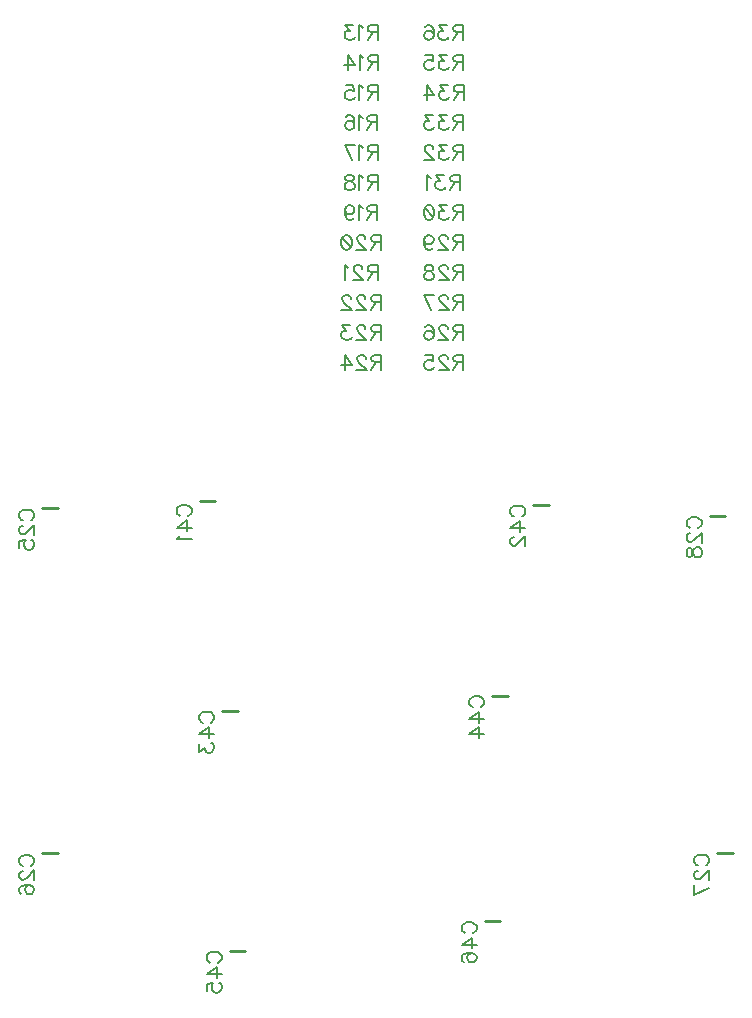
<source format=gbo>
G04 DipTrace 2.3.1.0*
%INLOGICCOMP.GBO*%
%MOMM*%
%ADD10C,0.25*%
%ADD60C,0.196*%
%FSLAX53Y53*%
G04*
G71*
G90*
G75*
G01*
%LNBotSilk*%
%LPD*%
X31612Y67573D2*
D10*
X30313D1*
X31612Y38363D2*
X30313D1*
X88762D2*
X87463D1*
X88127Y66938D2*
X86828D1*
X44947Y68208D2*
X43648D1*
X73207Y67888D2*
X71908D1*
X46852Y50428D2*
X45553D1*
X69712Y51698D2*
X68413D1*
X47487Y30108D2*
X46188D1*
X69077Y32648D2*
X67778D1*
X28656Y66560D2*
D60*
X28535Y66621D1*
X28413Y66743D1*
X28353Y66863D1*
Y67106D1*
X28413Y67228D1*
X28535Y67349D1*
X28656Y67411D1*
X28838Y67471D1*
X29143D1*
X29324Y67411D1*
X29446Y67349D1*
X29567Y67228D1*
X29629Y67106D1*
Y66863D1*
X29567Y66743D1*
X29446Y66621D1*
X29324Y66560D1*
X28657Y66106D2*
X28597D1*
X28475Y66046D1*
X28415Y65986D1*
X28354Y65863D1*
Y65621D1*
X28415Y65500D1*
X28475Y65439D1*
X28597Y65378D1*
X28718D1*
X28840Y65439D1*
X29021Y65560D1*
X29629Y66168D1*
Y65317D1*
X28354Y64197D2*
Y64803D1*
X28900Y64863D1*
X28840Y64803D1*
X28778Y64620D1*
Y64439D1*
X28840Y64257D1*
X28961Y64135D1*
X29143Y64074D1*
X29264D1*
X29446Y64135D1*
X29568Y64257D1*
X29629Y64439D1*
Y64620D1*
X29568Y64803D1*
X29507Y64863D1*
X29386Y64925D1*
X28656Y37319D2*
X28535Y37380D1*
X28413Y37502D1*
X28353Y37623D1*
Y37865D1*
X28413Y37988D1*
X28535Y38108D1*
X28656Y38170D1*
X28838Y38230D1*
X29143D1*
X29324Y38170D1*
X29446Y38108D1*
X29567Y37988D1*
X29629Y37865D1*
Y37623D1*
X29567Y37502D1*
X29446Y37380D1*
X29324Y37319D1*
X28657Y36865D2*
X28597D1*
X28475Y36805D1*
X28415Y36745D1*
X28354Y36622D1*
Y36380D1*
X28415Y36259D1*
X28475Y36199D1*
X28597Y36137D1*
X28718D1*
X28840Y36199D1*
X29021Y36319D1*
X29629Y36927D1*
Y36076D1*
X28535Y34956D2*
X28415Y35016D1*
X28354Y35199D1*
Y35319D1*
X28415Y35502D1*
X28597Y35624D1*
X28900Y35684D1*
X29203D1*
X29446Y35624D1*
X29568Y35502D1*
X29629Y35319D1*
Y35259D1*
X29568Y35078D1*
X29446Y34956D1*
X29264Y34895D1*
X29203D1*
X29021Y34956D1*
X28900Y35078D1*
X28840Y35259D1*
Y35319D1*
X28900Y35502D1*
X29021Y35624D1*
X29203Y35684D1*
X85806Y37350D2*
X85685Y37411D1*
X85563Y37533D1*
X85503Y37653D1*
Y37896D1*
X85563Y38018D1*
X85685Y38139D1*
X85806Y38201D1*
X85988Y38261D1*
X86293D1*
X86474Y38201D1*
X86596Y38139D1*
X86717Y38018D1*
X86779Y37896D1*
Y37653D1*
X86717Y37533D1*
X86596Y37411D1*
X86474Y37350D1*
X85807Y36896D2*
X85747D1*
X85625Y36836D1*
X85565Y36776D1*
X85504Y36653D1*
Y36411D1*
X85565Y36290D1*
X85625Y36229D1*
X85747Y36168D1*
X85868D1*
X85990Y36229D1*
X86171Y36350D1*
X86779Y36958D1*
Y36107D1*
Y35472D2*
X85504Y34864D1*
Y35715D1*
X85171Y65924D2*
X85050Y65985D1*
X84928Y66107D1*
X84868Y66228D1*
Y66471D1*
X84928Y66593D1*
X85050Y66713D1*
X85171Y66775D1*
X85353Y66836D1*
X85658D1*
X85839Y66775D1*
X85961Y66713D1*
X86082Y66593D1*
X86144Y66471D1*
Y66228D1*
X86082Y66107D1*
X85961Y65985D1*
X85839Y65924D1*
X85172Y65471D2*
X85112D1*
X84990Y65410D1*
X84930Y65350D1*
X84869Y65228D1*
Y64985D1*
X84930Y64864D1*
X84990Y64804D1*
X85112Y64742D1*
X85233D1*
X85355Y64804D1*
X85536Y64924D1*
X86144Y65532D1*
Y64682D1*
X84869Y63986D2*
X84930Y64167D1*
X85050Y64229D1*
X85172D1*
X85293Y64167D1*
X85355Y64047D1*
X85415Y63804D1*
X85476Y63621D1*
X85598Y63500D1*
X85718Y63440D1*
X85901D1*
X86022Y63500D1*
X86083Y63561D1*
X86144Y63743D1*
Y63986D1*
X86083Y64167D1*
X86022Y64229D1*
X85901Y64289D1*
X85718D1*
X85598Y64229D1*
X85476Y64107D1*
X85415Y63926D1*
X85355Y63683D1*
X85293Y63561D1*
X85172Y63500D1*
X85050D1*
X84930Y63561D1*
X84869Y63743D1*
Y63986D1*
X41991Y66952D2*
X41870Y67013D1*
X41748Y67135D1*
X41688Y67256D1*
Y67498D1*
X41748Y67621D1*
X41870Y67741D1*
X41991Y67803D1*
X42173Y67863D1*
X42478D1*
X42659Y67803D1*
X42781Y67741D1*
X42902Y67621D1*
X42964Y67498D1*
Y67256D1*
X42902Y67135D1*
X42781Y67013D1*
X42659Y66952D1*
X42964Y65952D2*
X41689D1*
X42538Y66560D1*
Y65649D1*
X41932Y65257D2*
X41870Y65135D1*
X41689Y64952D1*
X42964D1*
X70251Y66905D2*
X70130Y66966D1*
X70008Y67088D1*
X69948Y67208D1*
Y67451D1*
X70008Y67573D1*
X70130Y67694D1*
X70251Y67756D1*
X70434Y67816D1*
X70738D1*
X70919Y67756D1*
X71041Y67694D1*
X71162Y67573D1*
X71224Y67451D1*
Y67208D1*
X71162Y67088D1*
X71041Y66966D1*
X70919Y66905D1*
X71224Y65905D2*
X69949D1*
X70799Y66513D1*
Y65602D1*
X70253Y65148D2*
X70192D1*
X70070Y65088D1*
X70010Y65027D1*
X69949Y64905D1*
Y64662D1*
X70010Y64542D1*
X70070Y64481D1*
X70192Y64419D1*
X70313D1*
X70435Y64481D1*
X70616Y64602D1*
X71224Y65210D1*
Y64359D1*
X43896Y49445D2*
X43775Y49506D1*
X43653Y49628D1*
X43593Y49749D1*
Y49991D1*
X43653Y50114D1*
X43775Y50234D1*
X43896Y50296D1*
X44078Y50356D1*
X44383D1*
X44564Y50296D1*
X44686Y50234D1*
X44807Y50114D1*
X44869Y49991D1*
Y49749D1*
X44807Y49628D1*
X44686Y49506D1*
X44564Y49445D1*
X44869Y48445D2*
X43594D1*
X44443Y49053D1*
Y48142D1*
X43594Y47628D2*
Y46961D1*
X44080Y47325D1*
Y47142D1*
X44140Y47021D1*
X44201Y46961D1*
X44383Y46899D1*
X44504D1*
X44686Y46961D1*
X44808Y47082D1*
X44869Y47264D1*
Y47447D1*
X44808Y47628D1*
X44747Y47688D1*
X44626Y47750D1*
X66756Y50746D2*
X66635Y50806D1*
X66513Y50928D1*
X66453Y51049D1*
Y51292D1*
X66513Y51414D1*
X66635Y51534D1*
X66756Y51596D1*
X66938Y51657D1*
X67243D1*
X67424Y51596D1*
X67546Y51534D1*
X67667Y51414D1*
X67729Y51292D1*
Y51049D1*
X67667Y50928D1*
X67546Y50806D1*
X67424Y50746D1*
X67729Y49746D2*
X66454D1*
X67303Y50353D1*
Y49442D1*
X67729Y48442D2*
X66454D1*
X67303Y49050D1*
Y48139D1*
X44531Y29125D2*
X44410Y29186D1*
X44288Y29308D1*
X44228Y29429D1*
Y29671D1*
X44288Y29794D1*
X44410Y29914D1*
X44531Y29976D1*
X44713Y30036D1*
X45018D1*
X45199Y29976D1*
X45321Y29914D1*
X45442Y29794D1*
X45504Y29671D1*
Y29429D1*
X45442Y29308D1*
X45321Y29186D1*
X45199Y29125D1*
X45504Y28125D2*
X44229D1*
X45078Y28733D1*
Y27822D1*
X44229Y26701D2*
Y27308D1*
X44775Y27368D1*
X44715Y27308D1*
X44653Y27125D1*
Y26944D1*
X44715Y26762D1*
X44836Y26640D1*
X45018Y26579D1*
X45139D1*
X45321Y26640D1*
X45443Y26762D1*
X45504Y26944D1*
Y27125D1*
X45443Y27308D1*
X45382Y27368D1*
X45261Y27430D1*
X66121Y31634D2*
X66000Y31695D1*
X65878Y31817D1*
X65818Y31938D1*
Y32181D1*
X65878Y32303D1*
X66000Y32423D1*
X66121Y32485D1*
X66303Y32546D1*
X66608D1*
X66789Y32485D1*
X66911Y32423D1*
X67032Y32303D1*
X67094Y32181D1*
Y31938D1*
X67032Y31817D1*
X66911Y31695D1*
X66789Y31634D1*
X67094Y30634D2*
X65819D1*
X66668Y31242D1*
Y30331D1*
X66000Y29210D2*
X65880Y29271D1*
X65819Y29453D1*
Y29574D1*
X65880Y29757D1*
X66062Y29879D1*
X66365Y29939D1*
X66668D1*
X66911Y29879D1*
X67033Y29757D1*
X67094Y29574D1*
Y29514D1*
X67033Y29333D1*
X66911Y29210D1*
X66729Y29150D1*
X66668D1*
X66486Y29210D1*
X66365Y29333D1*
X66305Y29514D1*
Y29574D1*
X66365Y29757D1*
X66486Y29879D1*
X66668Y29939D1*
X58713Y107895D2*
X58167D1*
X57984Y107956D1*
X57922Y108017D1*
X57862Y108137D1*
Y108260D1*
X57922Y108380D1*
X57984Y108442D1*
X58167Y108502D1*
X58713D1*
Y107226D1*
X58287Y107895D2*
X57862Y107226D1*
X57470Y108258D2*
X57348Y108320D1*
X57165Y108501D1*
Y107226D1*
X56651Y108501D2*
X55984D1*
X56348Y108015D1*
X56165D1*
X56045Y107955D1*
X55984Y107895D1*
X55922Y107712D1*
Y107591D1*
X55984Y107409D1*
X56105Y107287D1*
X56287Y107226D1*
X56470D1*
X56651Y107287D1*
X56711Y107349D1*
X56773Y107469D1*
X58743Y105355D2*
X58197D1*
X58014Y105416D1*
X57953Y105477D1*
X57892Y105597D1*
Y105720D1*
X57953Y105840D1*
X58014Y105902D1*
X58197Y105962D1*
X58743D1*
Y104686D1*
X58318Y105355D2*
X57892Y104686D1*
X57500Y105718D2*
X57378Y105780D1*
X57195Y105961D1*
Y104686D1*
X56195D2*
Y105961D1*
X56803Y105112D1*
X55892D1*
X58713Y102815D2*
X58167D1*
X57984Y102876D1*
X57922Y102937D1*
X57862Y103057D1*
Y103180D1*
X57922Y103300D1*
X57984Y103362D1*
X58167Y103422D1*
X58713D1*
Y102146D1*
X58287Y102815D2*
X57862Y102146D1*
X57470Y103178D2*
X57348Y103240D1*
X57165Y103421D1*
Y102146D1*
X56045Y103421D2*
X56651D1*
X56711Y102875D1*
X56651Y102935D1*
X56468Y102997D1*
X56287D1*
X56105Y102935D1*
X55983Y102815D1*
X55922Y102632D1*
Y102511D1*
X55983Y102329D1*
X56105Y102207D1*
X56287Y102146D1*
X56468D1*
X56651Y102207D1*
X56711Y102269D1*
X56773Y102389D1*
X58682Y100275D2*
X58136D1*
X57953Y100336D1*
X57892Y100397D1*
X57831Y100517D1*
Y100640D1*
X57892Y100760D1*
X57953Y100822D1*
X58136Y100882D1*
X58682D1*
Y99606D1*
X58257Y100275D2*
X57831Y99606D1*
X57439Y100638D2*
X57317Y100700D1*
X57134Y100881D1*
Y99606D1*
X56014Y100700D2*
X56074Y100821D1*
X56257Y100881D1*
X56377D1*
X56560Y100821D1*
X56682Y100638D1*
X56742Y100335D1*
Y100032D1*
X56682Y99789D1*
X56560Y99667D1*
X56377Y99606D1*
X56317D1*
X56136Y99667D1*
X56014Y99789D1*
X55953Y99971D1*
Y100032D1*
X56014Y100214D1*
X56136Y100335D1*
X56317Y100395D1*
X56377D1*
X56560Y100335D1*
X56682Y100214D1*
X56742Y100032D1*
X58713Y97735D2*
X58167D1*
X57984Y97796D1*
X57922Y97857D1*
X57862Y97977D1*
Y98100D1*
X57922Y98220D1*
X57984Y98282D1*
X58167Y98342D1*
X58713D1*
Y97066D1*
X58287Y97735D2*
X57862Y97066D1*
X57470Y98098D2*
X57348Y98160D1*
X57165Y98341D1*
Y97066D1*
X56530D2*
X55922Y98341D1*
X56773D1*
X58712Y95195D2*
X58166D1*
X57984Y95256D1*
X57922Y95317D1*
X57861Y95437D1*
Y95560D1*
X57922Y95680D1*
X57984Y95742D1*
X58166Y95802D1*
X58712D1*
Y94526D1*
X58287Y95195D2*
X57861Y94526D1*
X57469Y95558D2*
X57347Y95620D1*
X57165Y95801D1*
Y94526D1*
X56469Y95801D2*
X56650Y95741D1*
X56712Y95620D1*
Y95498D1*
X56650Y95377D1*
X56530Y95315D1*
X56287Y95255D1*
X56104Y95195D1*
X55983Y95072D1*
X55923Y94952D1*
Y94769D1*
X55983Y94649D1*
X56044Y94587D1*
X56226Y94526D1*
X56469D1*
X56650Y94587D1*
X56712Y94649D1*
X56772Y94769D1*
Y94952D1*
X56712Y95072D1*
X56590Y95195D1*
X56409Y95255D1*
X56166Y95315D1*
X56044Y95377D1*
X55983Y95498D1*
Y95620D1*
X56044Y95741D1*
X56226Y95801D1*
X56469D1*
X58683Y92655D2*
X58137D1*
X57954Y92716D1*
X57892Y92777D1*
X57832Y92897D1*
Y93020D1*
X57892Y93140D1*
X57954Y93202D1*
X58137Y93262D1*
X58683D1*
Y91986D1*
X58257Y92655D2*
X57832Y91986D1*
X57440Y93018D2*
X57318Y93080D1*
X57135Y93261D1*
Y91986D1*
X55953Y92837D2*
X56014Y92655D1*
X56135Y92532D1*
X56318Y92472D1*
X56378D1*
X56560Y92532D1*
X56681Y92655D1*
X56743Y92837D1*
Y92897D1*
X56681Y93080D1*
X56560Y93201D1*
X56378Y93261D1*
X56318D1*
X56135Y93201D1*
X56014Y93080D1*
X55953Y92837D1*
Y92532D1*
X56014Y92229D1*
X56135Y92047D1*
X56318Y91986D1*
X56438D1*
X56621Y92047D1*
X56681Y92169D1*
X58986Y90115D2*
X58440D1*
X58257Y90176D1*
X58195Y90237D1*
X58135Y90357D1*
Y90480D1*
X58195Y90600D1*
X58257Y90662D1*
X58440Y90722D1*
X58986D1*
Y89446D1*
X58560Y90115D2*
X58135Y89446D1*
X57681Y90418D2*
Y90478D1*
X57621Y90600D1*
X57560Y90661D1*
X57438Y90721D1*
X57195D1*
X57075Y90661D1*
X57014Y90600D1*
X56953Y90478D1*
Y90357D1*
X57014Y90235D1*
X57135Y90054D1*
X57743Y89446D1*
X56892D1*
X56135Y90721D2*
X56318Y90661D1*
X56440Y90478D1*
X56500Y90175D1*
Y89992D1*
X56440Y89689D1*
X56318Y89507D1*
X56135Y89446D1*
X56014D1*
X55832Y89507D1*
X55711Y89689D1*
X55649Y89992D1*
Y90175D1*
X55711Y90478D1*
X55832Y90661D1*
X56014Y90721D1*
X56135D1*
X55711Y90478D2*
X56440Y89689D1*
X58713Y87575D2*
X58167D1*
X57984Y87636D1*
X57922Y87697D1*
X57862Y87817D1*
Y87940D1*
X57922Y88060D1*
X57984Y88122D1*
X58167Y88182D1*
X58713D1*
Y86906D1*
X58287Y87575D2*
X57862Y86906D1*
X57408Y87878D2*
Y87938D1*
X57348Y88060D1*
X57287Y88121D1*
X57165Y88181D1*
X56922D1*
X56802Y88121D1*
X56741Y88060D1*
X56680Y87938D1*
Y87817D1*
X56741Y87695D1*
X56862Y87514D1*
X57470Y86906D1*
X56619D1*
X56227Y87938D2*
X56105Y88000D1*
X55922Y88181D1*
Y86906D1*
X58986Y85035D2*
X58440D1*
X58257Y85096D1*
X58195Y85157D1*
X58135Y85277D1*
Y85400D1*
X58195Y85520D1*
X58257Y85582D1*
X58440Y85642D1*
X58986D1*
Y84366D1*
X58560Y85035D2*
X58135Y84366D1*
X57681Y85338D2*
Y85398D1*
X57621Y85520D1*
X57560Y85581D1*
X57438Y85641D1*
X57195D1*
X57075Y85581D1*
X57014Y85520D1*
X56953Y85398D1*
Y85277D1*
X57014Y85155D1*
X57135Y84974D1*
X57743Y84366D1*
X56892D1*
X56438Y85338D2*
Y85398D1*
X56378Y85520D1*
X56318Y85581D1*
X56195Y85641D1*
X55953D1*
X55832Y85581D1*
X55771Y85520D1*
X55710Y85398D1*
Y85277D1*
X55771Y85155D1*
X55892Y84974D1*
X56500Y84366D1*
X55649D1*
X58986Y82495D2*
X58440D1*
X58257Y82556D1*
X58195Y82617D1*
X58135Y82737D1*
Y82860D1*
X58195Y82980D1*
X58257Y83042D1*
X58440Y83102D1*
X58986D1*
Y81826D1*
X58560Y82495D2*
X58135Y81826D1*
X57681Y82798D2*
Y82858D1*
X57621Y82980D1*
X57560Y83041D1*
X57438Y83101D1*
X57195D1*
X57075Y83041D1*
X57014Y82980D1*
X56953Y82858D1*
Y82737D1*
X57014Y82615D1*
X57135Y82434D1*
X57743Y81826D1*
X56892D1*
X56378Y83101D2*
X55711D1*
X56075Y82615D1*
X55892D1*
X55771Y82555D1*
X55711Y82495D1*
X55649Y82312D1*
Y82191D1*
X55711Y82009D1*
X55832Y81887D1*
X56014Y81826D1*
X56197D1*
X56378Y81887D1*
X56438Y81949D1*
X56500Y82069D1*
X59016Y79955D2*
X58470D1*
X58287Y80016D1*
X58226Y80077D1*
X58165Y80197D1*
Y80320D1*
X58226Y80440D1*
X58287Y80502D1*
X58470Y80562D1*
X59016D1*
Y79286D1*
X58591Y79955D2*
X58165Y79286D1*
X57711Y80258D2*
Y80318D1*
X57651Y80440D1*
X57591Y80501D1*
X57469Y80561D1*
X57226D1*
X57105Y80501D1*
X57045Y80440D1*
X56983Y80318D1*
Y80197D1*
X57045Y80075D1*
X57165Y79894D1*
X57773Y79286D1*
X56922D1*
X55922D2*
Y80561D1*
X56530Y79712D1*
X55619D1*
X65971Y79955D2*
X65425D1*
X65242Y80016D1*
X65180Y80077D1*
X65120Y80197D1*
Y80320D1*
X65180Y80440D1*
X65242Y80502D1*
X65425Y80562D1*
X65971D1*
Y79286D1*
X65545Y79955D2*
X65120Y79286D1*
X64666Y80258D2*
Y80318D1*
X64606Y80440D1*
X64545Y80501D1*
X64423Y80561D1*
X64180D1*
X64060Y80501D1*
X63999Y80440D1*
X63938Y80318D1*
Y80197D1*
X63999Y80075D1*
X64120Y79894D1*
X64728Y79286D1*
X63877D1*
X62756Y80561D2*
X63363D1*
X63423Y80015D1*
X63363Y80075D1*
X63180Y80137D1*
X62999D1*
X62817Y80075D1*
X62695Y79955D1*
X62634Y79772D1*
Y79651D1*
X62695Y79469D1*
X62817Y79347D1*
X62999Y79286D1*
X63180D1*
X63363Y79347D1*
X63423Y79409D1*
X63485Y79529D1*
X65940Y82495D2*
X65394D1*
X65211Y82556D1*
X65150Y82617D1*
X65089Y82737D1*
Y82860D1*
X65150Y82980D1*
X65211Y83042D1*
X65394Y83102D1*
X65940D1*
Y81826D1*
X65515Y82495D2*
X65089Y81826D1*
X64635Y82798D2*
Y82858D1*
X64575Y82980D1*
X64515Y83041D1*
X64392Y83101D1*
X64150D1*
X64029Y83041D1*
X63968Y82980D1*
X63907Y82858D1*
Y82737D1*
X63968Y82615D1*
X64089Y82434D1*
X64697Y81826D1*
X63846D1*
X62726Y82920D2*
X62786Y83041D1*
X62968Y83101D1*
X63089D1*
X63272Y83041D1*
X63394Y82858D1*
X63454Y82555D1*
Y82252D1*
X63394Y82009D1*
X63272Y81887D1*
X63089Y81826D1*
X63029D1*
X62848Y81887D1*
X62726Y82009D1*
X62665Y82191D1*
Y82252D1*
X62726Y82434D1*
X62848Y82555D1*
X63029Y82615D1*
X63089D1*
X63272Y82555D1*
X63394Y82434D1*
X63454Y82252D1*
X65971Y85035D2*
X65425D1*
X65242Y85096D1*
X65180Y85157D1*
X65120Y85277D1*
Y85400D1*
X65180Y85520D1*
X65242Y85582D1*
X65425Y85642D1*
X65971D1*
Y84366D1*
X65545Y85035D2*
X65120Y84366D1*
X64666Y85338D2*
Y85398D1*
X64606Y85520D1*
X64545Y85581D1*
X64423Y85641D1*
X64180D1*
X64060Y85581D1*
X63999Y85520D1*
X63938Y85398D1*
Y85277D1*
X63999Y85155D1*
X64120Y84974D1*
X64728Y84366D1*
X63877D1*
X63242D2*
X62634Y85641D1*
X63485D1*
X65970Y87575D2*
X65424D1*
X65242Y87636D1*
X65180Y87697D1*
X65119Y87817D1*
Y87940D1*
X65180Y88060D1*
X65242Y88122D1*
X65424Y88182D1*
X65970D1*
Y86906D1*
X65545Y87575D2*
X65119Y86906D1*
X64665Y87878D2*
Y87938D1*
X64605Y88060D1*
X64545Y88121D1*
X64423Y88181D1*
X64180D1*
X64059Y88121D1*
X63999Y88060D1*
X63937Y87938D1*
Y87817D1*
X63999Y87695D1*
X64119Y87514D1*
X64727Y86906D1*
X63877D1*
X63181Y88181D2*
X63362Y88121D1*
X63424Y88000D1*
Y87878D1*
X63362Y87757D1*
X63242Y87695D1*
X62999Y87635D1*
X62816Y87575D1*
X62695Y87452D1*
X62635Y87332D1*
Y87149D1*
X62695Y87029D1*
X62756Y86967D1*
X62938Y86906D1*
X63181D1*
X63362Y86967D1*
X63424Y87029D1*
X63484Y87149D1*
Y87332D1*
X63424Y87452D1*
X63302Y87575D1*
X63121Y87635D1*
X62878Y87695D1*
X62756Y87757D1*
X62695Y87878D1*
Y88000D1*
X62756Y88121D1*
X62938Y88181D1*
X63181D1*
X65941Y90115D2*
X65395D1*
X65212Y90176D1*
X65150Y90237D1*
X65090Y90357D1*
Y90480D1*
X65150Y90600D1*
X65212Y90662D1*
X65395Y90722D1*
X65941D1*
Y89446D1*
X65515Y90115D2*
X65090Y89446D1*
X64636Y90418D2*
Y90478D1*
X64576Y90600D1*
X64515Y90661D1*
X64393Y90721D1*
X64150D1*
X64030Y90661D1*
X63969Y90600D1*
X63907Y90478D1*
Y90357D1*
X63969Y90235D1*
X64090Y90054D1*
X64698Y89446D1*
X63847D1*
X62665Y90297D2*
X62726Y90115D1*
X62847Y89992D1*
X63030Y89932D1*
X63090D1*
X63272Y89992D1*
X63393Y90115D1*
X63455Y90297D1*
Y90357D1*
X63393Y90540D1*
X63272Y90661D1*
X63090Y90721D1*
X63030D1*
X62847Y90661D1*
X62726Y90540D1*
X62665Y90297D1*
Y89992D1*
X62726Y89689D1*
X62847Y89507D1*
X63030Y89446D1*
X63150D1*
X63333Y89507D1*
X63393Y89629D1*
X65971Y92655D2*
X65425D1*
X65242Y92716D1*
X65180Y92777D1*
X65120Y92897D1*
Y93020D1*
X65180Y93140D1*
X65242Y93202D1*
X65425Y93262D1*
X65971D1*
Y91986D1*
X65545Y92655D2*
X65120Y91986D1*
X64606Y93261D2*
X63939D1*
X64303Y92775D1*
X64120D1*
X63999Y92715D1*
X63939Y92655D1*
X63877Y92472D1*
Y92351D1*
X63939Y92169D1*
X64060Y92047D1*
X64242Y91986D1*
X64425D1*
X64606Y92047D1*
X64666Y92109D1*
X64728Y92229D1*
X63120Y93261D2*
X63303Y93201D1*
X63425Y93018D1*
X63485Y92715D1*
Y92532D1*
X63425Y92229D1*
X63303Y92047D1*
X63120Y91986D1*
X62999D1*
X62817Y92047D1*
X62696Y92229D1*
X62634Y92532D1*
Y92715D1*
X62696Y93018D1*
X62817Y93201D1*
X62999Y93261D1*
X63120D1*
X62696Y93018D2*
X63425Y92229D1*
X65698Y95195D2*
X65152D1*
X64969Y95256D1*
X64907Y95317D1*
X64847Y95437D1*
Y95560D1*
X64907Y95680D1*
X64969Y95742D1*
X65152Y95802D1*
X65698D1*
Y94526D1*
X65272Y95195D2*
X64847Y94526D1*
X64333Y95801D2*
X63666D1*
X64030Y95315D1*
X63847D1*
X63726Y95255D1*
X63666Y95195D1*
X63604Y95012D1*
Y94891D1*
X63666Y94709D1*
X63787Y94587D1*
X63969Y94526D1*
X64152D1*
X64333Y94587D1*
X64393Y94649D1*
X64455Y94769D1*
X63212Y95558D2*
X63090Y95620D1*
X62907Y95801D1*
Y94526D1*
X65971Y97735D2*
X65425D1*
X65242Y97796D1*
X65180Y97857D1*
X65120Y97977D1*
Y98100D1*
X65180Y98220D1*
X65242Y98282D1*
X65425Y98342D1*
X65971D1*
Y97066D1*
X65545Y97735D2*
X65120Y97066D1*
X64606Y98341D2*
X63939D1*
X64303Y97855D1*
X64120D1*
X63999Y97795D1*
X63939Y97735D1*
X63877Y97552D1*
Y97431D1*
X63939Y97249D1*
X64060Y97127D1*
X64242Y97066D1*
X64425D1*
X64606Y97127D1*
X64666Y97189D1*
X64728Y97309D1*
X63423Y98038D2*
Y98098D1*
X63363Y98220D1*
X63303Y98281D1*
X63180Y98341D1*
X62938D1*
X62817Y98281D1*
X62756Y98220D1*
X62695Y98098D1*
Y97977D1*
X62756Y97855D1*
X62877Y97674D1*
X63485Y97066D1*
X62634D1*
X65971Y100275D2*
X65425D1*
X65242Y100336D1*
X65180Y100397D1*
X65120Y100517D1*
Y100640D1*
X65180Y100760D1*
X65242Y100822D1*
X65425Y100882D1*
X65971D1*
Y99606D1*
X65545Y100275D2*
X65120Y99606D1*
X64606Y100881D2*
X63939D1*
X64303Y100395D1*
X64120D1*
X63999Y100335D1*
X63939Y100275D1*
X63877Y100092D1*
Y99971D1*
X63939Y99789D1*
X64060Y99667D1*
X64242Y99606D1*
X64425D1*
X64606Y99667D1*
X64666Y99729D1*
X64728Y99849D1*
X63363Y100881D2*
X62696D1*
X63060Y100395D1*
X62877D1*
X62756Y100335D1*
X62696Y100275D1*
X62634Y100092D1*
Y99971D1*
X62696Y99789D1*
X62817Y99667D1*
X62999Y99606D1*
X63182D1*
X63363Y99667D1*
X63423Y99729D1*
X63485Y99849D1*
X66001Y102815D2*
X65455D1*
X65272Y102876D1*
X65211Y102937D1*
X65150Y103057D1*
Y103180D1*
X65211Y103300D1*
X65272Y103362D1*
X65455Y103422D1*
X66001D1*
Y102146D1*
X65576Y102815D2*
X65150Y102146D1*
X64636Y103421D2*
X63969D1*
X64333Y102935D1*
X64150D1*
X64030Y102875D1*
X63969Y102815D1*
X63907Y102632D1*
Y102511D1*
X63969Y102329D1*
X64090Y102207D1*
X64272Y102146D1*
X64455D1*
X64636Y102207D1*
X64696Y102269D1*
X64758Y102389D1*
X62907Y102146D2*
Y103421D1*
X63515Y102572D1*
X62604D1*
X65971Y105355D2*
X65425D1*
X65242Y105416D1*
X65180Y105477D1*
X65120Y105597D1*
Y105720D1*
X65180Y105840D1*
X65242Y105902D1*
X65425Y105962D1*
X65971D1*
Y104686D1*
X65545Y105355D2*
X65120Y104686D1*
X64606Y105961D2*
X63939D1*
X64303Y105475D1*
X64120D1*
X63999Y105415D1*
X63939Y105355D1*
X63877Y105172D1*
Y105051D1*
X63939Y104869D1*
X64060Y104747D1*
X64242Y104686D1*
X64425D1*
X64606Y104747D1*
X64666Y104809D1*
X64728Y104929D1*
X62756Y105961D2*
X63363D1*
X63423Y105415D1*
X63363Y105475D1*
X63180Y105537D1*
X62999D1*
X62817Y105475D1*
X62695Y105355D1*
X62634Y105172D1*
Y105051D1*
X62695Y104869D1*
X62817Y104747D1*
X62999Y104686D1*
X63180D1*
X63363Y104747D1*
X63423Y104809D1*
X63485Y104929D1*
X65940Y107895D2*
X65394D1*
X65211Y107956D1*
X65150Y108017D1*
X65089Y108137D1*
Y108260D1*
X65150Y108380D1*
X65211Y108442D1*
X65394Y108502D1*
X65940D1*
Y107226D1*
X65515Y107895D2*
X65089Y107226D1*
X64575Y108501D2*
X63908D1*
X64272Y108015D1*
X64089D1*
X63968Y107955D1*
X63908Y107895D1*
X63846Y107712D1*
Y107591D1*
X63908Y107409D1*
X64029Y107287D1*
X64211Y107226D1*
X64394D1*
X64575Y107287D1*
X64635Y107349D1*
X64697Y107469D1*
X62726Y108320D2*
X62786Y108441D1*
X62968Y108501D1*
X63089D1*
X63272Y108441D1*
X63394Y108258D1*
X63454Y107955D1*
Y107652D1*
X63394Y107409D1*
X63272Y107287D1*
X63089Y107226D1*
X63029D1*
X62848Y107287D1*
X62726Y107409D1*
X62665Y107591D1*
Y107652D1*
X62726Y107834D1*
X62848Y107955D1*
X63029Y108015D1*
X63089D1*
X63272Y107955D1*
X63394Y107834D1*
X63454Y107652D1*
M02*

</source>
